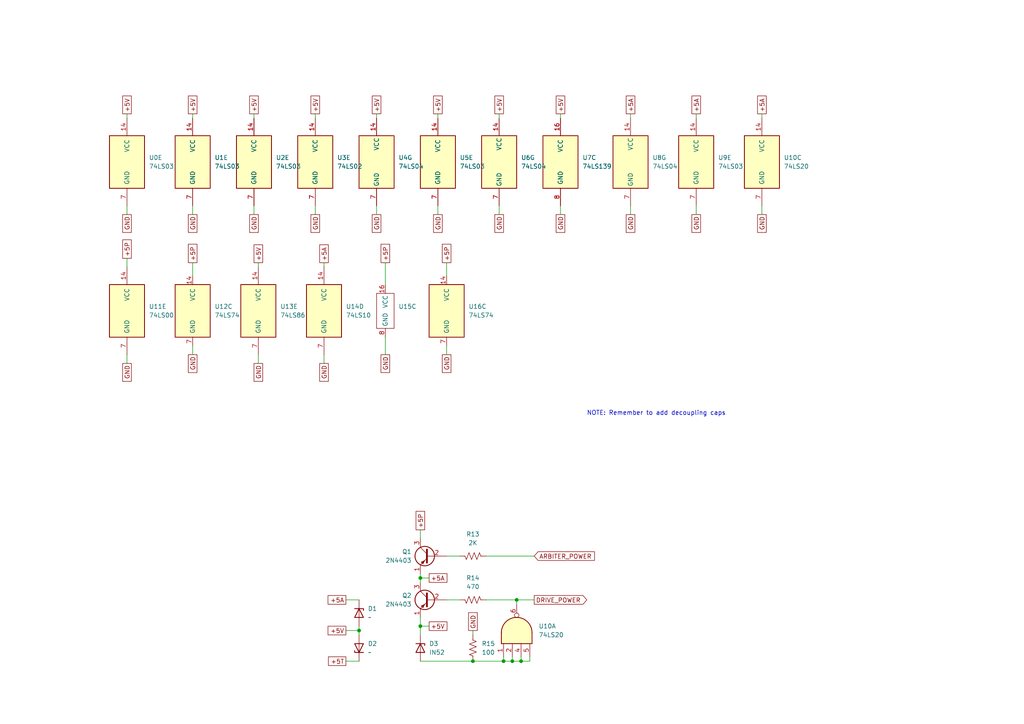
<source format=kicad_sch>
(kicad_sch (version 20211123) (generator eeschema)
  (paper "A4")
  (lib_symbols
    (symbol "74xx:74LS00" (pin_names (offset 1.016))
      (property "Reference" "U" (at 0 1.27 0))
      (property "Value" "74LS00" (at 0 -1.27 0))
      (symbol "74LS00_1_1"
        (pin input line (at -7.62 2.54 0) (length 3.81) (name "~") (number "1"))
        (pin input line (at -7.62 -2.54 0) (length 3.81) (name "~") (number "2"))
        (pin output inverted (at 7.62 0 180) (length 3.81) (name "~") (number "3"))
      )
      (symbol "74LS00_1_2"
        (pin input inverted (at -7.62 2.54 0) (length 4.318) (name "~") (number "1"))
        (pin input inverted (at -7.62 -2.54 0) (length 4.318) (name "~") (number "2"))
        (pin output line (at 7.62 0 180) (length 3.81) (name "~") (number "3"))
      )
      (symbol "74LS00_2_1"
        (pin input line (at -7.62 2.54 0) (length 3.81) (name "~") (number "4"))
        (pin input line (at -7.62 -2.54 0) (length 3.81) (name "~") (number "5"))
        (pin output inverted (at 7.62 0 180) (length 3.81) (name "~") (number "6"))
      )
      (symbol "74LS00_2_2"
        (pin input inverted (at -7.62 2.54 0) (length 4.318) (name "~") (number "4"))
        (pin input inverted (at -7.62 -2.54 0) (length 4.318) (name "~") (number "5"))
        (pin output line (at 7.62 0 180) (length 3.81) (name "~") (number "6"))
      )
      (symbol "74LS00_3_1"
        (pin input line (at -7.62 -2.54 0) (length 3.81) (name "~") (number "10"))
        (pin output inverted (at 7.62 0 180) (length 3.81) (name "~") (number "8"))
        (pin input line (at -7.62 2.54 0) (length 3.81) (name "~") (number "9"))
      )
      (symbol "74LS00_3_2"
        (pin input inverted (at -7.62 -2.54 0) (length 4.318) (name "~") (number "10"))
        (pin output line (at 7.62 0 180) (length 3.81) (name "~") (number "8"))
        (pin input inverted (at -7.62 2.54 0) (length 4.318) (name "~") (number "9"))
      )
      (symbol "74LS00_4_1"
        (pin output inverted (at 7.62 0 180) (length 3.81) (name "~") (number "11"))
        (pin input line (at -7.62 2.54 0) (length 3.81) (name "~") (number "12"))
        (pin input line (at -7.62 -2.54 0) (length 3.81) (name "~") (number "13"))
      )
      (symbol "74LS00_4_2"
        (pin output line (at 7.62 0 180) (length 3.81) (name "~") (number "11"))
        (pin input inverted (at -7.62 2.54 0) (length 4.318) (name "~") (number "12"))
        (pin input inverted (at -7.62 -2.54 0) (length 4.318) (name "~") (number "13"))
      )
      (symbol "74LS00_5_0"
        (pin power_in line (at 0 12.7 270) (length 5.08) (name "VCC") (number "14"))
        (pin power_in line (at 0 -12.7 90) (length 5.08) (name "GND") (number "7"))
      )
    )
    (symbol "74xx:74LS02" (pin_names (offset 1.016))
      (property "Reference" "U" (at 0 1.27 0))
      (property "Value" "74LS02" (at 0 -1.27 0))
      (symbol "74LS02_1_1"
        (pin output inverted (at 7.62 0 180) (length 3.81) (name "~") (number "1"))
        (pin input line (at -7.62 2.54 0) (length 4.318) (name "~") (number "2"))
        (pin input line (at -7.62 -2.54 0) (length 4.318) (name "~") (number "3"))
      )
      (symbol "74LS02_1_2"
        (pin output line (at 7.62 0 180) (length 3.81) (name "~") (number "1"))
        (pin input inverted (at -7.62 2.54 0) (length 3.81) (name "~") (number "2"))
        (pin input inverted (at -7.62 -2.54 0) (length 3.81) (name "~") (number "3"))
      )
      (symbol "74LS02_2_1"
        (pin output inverted (at 7.62 0 180) (length 3.81) (name "~") (number "4"))
        (pin input line (at -7.62 2.54 0) (length 4.318) (name "~") (number "5"))
        (pin input line (at -7.62 -2.54 0) (length 4.318) (name "~") (number "6"))
      )
      (symbol "74LS02_2_2"
        (pin output line (at 7.62 0 180) (length 3.81) (name "~") (number "4"))
        (pin input inverted (at -7.62 2.54 0) (length 3.81) (name "~") (number "5"))
        (pin input inverted (at -7.62 -2.54 0) (length 3.81) (name "~") (number "6"))
      )
      (symbol "74LS02_3_1"
        (pin output inverted (at 7.62 0 180) (length 3.81) (name "~") (number "10"))
        (pin input line (at -7.62 2.54 0) (length 4.318) (name "~") (number "8"))
        (pin input line (at -7.62 -2.54 0) (length 4.318) (name "~") (number "9"))
      )
      (symbol "74LS02_3_2"
        (pin output line (at 7.62 0 180) (length 3.81) (name "~") (number "10"))
        (pin input inverted (at -7.62 2.54 0) (length 3.81) (name "~") (number "8"))
        (pin input inverted (at -7.62 -2.54 0) (length 3.81) (name "~") (number "9"))
      )
      (symbol "74LS02_4_1"
        (pin input line (at -7.62 2.54 0) (length 4.318) (name "~") (number "11"))
        (pin input line (at -7.62 -2.54 0) (length 4.318) (name "~") (number "12"))
        (pin output inverted (at 7.62 0 180) (length 3.81) (name "~") (number "13"))
      )
      (symbol "74LS02_4_2"
        (pin input inverted (at -7.62 2.54 0) (length 3.81) (name "~") (number "11"))
        (pin input inverted (at -7.62 -2.54 0) (length 3.81) (name "~") (number "12"))
        (pin output line (at 7.62 0 180) (length 3.81) (name "~") (number "13"))
      )
      (symbol "74LS02_5_0"
        (pin power_in line (at 0 12.7 270) (length 5.08) (name "VCC") (number "14"))
        (pin power_in line (at 0 -12.7 90) (length 5.08) (name "GND") (number "7"))
      )
    )
    (symbol "74xx:74LS03" (pin_names (offset 1.016))
      (property "Reference" "U" (at 0 1.27 0))
      (property "Value" "74LS03" (at 0 -1.27 0))
      (symbol "74LS03_1_1"
        (pin input line (at -7.62 2.54 0) (length 3.81) (name "~") (number "1"))
        (pin input line (at -7.62 -2.54 0) (length 3.81) (name "~") (number "2"))
        (pin open_collector inverted (at 7.62 0 180) (length 3.81) (name "~") (number "3"))
      )
      (symbol "74LS03_1_2"
        (pin input inverted (at -7.62 2.54 0) (length 4.318) (name "~") (number "1"))
        (pin input inverted (at -7.62 -2.54 0) (length 4.318) (name "~") (number "2"))
        (pin open_collector line (at 7.62 0 180) (length 3.81) (name "~") (number "3"))
      )
      (symbol "74LS03_2_1"
        (pin input line (at -7.62 2.54 0) (length 3.81) (name "~") (number "4"))
        (pin input line (at -7.62 -2.54 0) (length 3.81) (name "~") (number "5"))
        (pin open_collector inverted (at 7.62 0 180) (length 3.81) (name "~") (number "6"))
      )
      (symbol "74LS03_2_2"
        (pin input inverted (at -7.62 2.54 0) (length 4.318) (name "~") (number "4"))
        (pin input inverted (at -7.62 -2.54 0) (length 4.318) (name "~") (number "5"))
        (pin open_collector line (at 7.62 0 180) (length 3.81) (name "~") (number "6"))
      )
      (symbol "74LS03_3_1"
        (pin input line (at -7.62 -2.54 0) (length 3.81) (name "~") (number "10"))
        (pin open_collector inverted (at 7.62 0 180) (length 3.81) (name "~") (number "8"))
        (pin input line (at -7.62 2.54 0) (length 3.81) (name "~") (number "9"))
      )
      (symbol "74LS03_3_2"
        (pin input inverted (at -7.62 -2.54 0) (length 4.318) (name "~") (number "10"))
        (pin open_collector line (at 7.62 0 180) (length 3.81) (name "~") (number "8"))
        (pin input inverted (at -7.62 2.54 0) (length 4.318) (name "~") (number "9"))
      )
      (symbol "74LS03_4_1"
        (pin open_collector inverted (at 7.62 0 180) (length 3.81) (name "~") (number "11"))
        (pin input line (at -7.62 2.54 0) (length 3.81) (name "~") (number "12"))
        (pin input line (at -7.62 -2.54 0) (length 3.81) (name "~") (number "13"))
      )
      (symbol "74LS03_4_2"
        (pin open_collector line (at 7.62 0 180) (length 3.81) (name "~") (number "11"))
        (pin input inverted (at -7.62 2.54 0) (length 4.318) (name "~") (number "12"))
        (pin input inverted (at -7.62 -2.54 0) (length 4.318) (name "~") (number "13"))
      )
      (symbol "74LS03_5_0"
        (pin power_in line (at 0 12.7 270) (length 5.08) (name "VCC") (number "14"))
        (pin power_in line (at 0 -12.7 90) (length 5.08) (name "GND") (number "7"))
      )
    )
    (symbol "74xx:74LS04"
      (property "Reference" "U" (at 0 1.27 0))
      (property "Value" "74LS04" (at 0 -1.27 0))
      (symbol "74LS04_1_0"
        (pin input line (at -7.62 0 0) (length 3.81) (name "~") (number "1"))
        (pin output inverted (at 7.62 0 180) (length 3.81) (name "~") (number "2"))
      )
      (symbol "74LS04_2_0"
        (pin input line (at -7.62 0 0) (length 3.81) (name "~") (number "3"))
        (pin output inverted (at 7.62 0 180) (length 3.81) (name "~") (number "4"))
      )
      (symbol "74LS04_3_0"
        (pin input line (at -7.62 0 0) (length 3.81) (name "~") (number "5"))
        (pin output inverted (at 7.62 0 180) (length 3.81) (name "~") (number "6"))
      )
      (symbol "74LS04_4_0"
        (pin output inverted (at 7.62 0 180) (length 3.81) (name "~") (number "8"))
        (pin input line (at -7.62 0 0) (length 3.81) (name "~") (number "9"))
      )
      (symbol "74LS04_5_0"
        (pin output inverted (at 7.62 0 180) (length 3.81) (name "~") (number "10"))
        (pin input line (at -7.62 0 0) (length 3.81) (name "~") (number "11"))
      )
      (symbol "74LS04_6_0"
        (pin output inverted (at 7.62 0 180) (length 3.81) (name "~") (number "12"))
        (pin input line (at -7.62 0 0) (length 3.81) (name "~") (number "13"))
      )
      (symbol "74LS04_7_0"
        (pin power_in line (at 0 12.7 270) (length 5.08) (name "VCC") (number "14"))
        (pin power_in line (at 0 -12.7 90) (length 5.08) (name "GND") (number "7"))
      )
    )
    (symbol "74xx:74LS10" (pin_names (offset 1.016))
      (property "Reference" "U" (at 0 1.27 0))
      (property "Value" "74LS10" (at 0 -1.27 0))
      (symbol "74LS10_1_1"
        (pin input line (at -7.62 2.54 0) (length 3.81) (name "~") (number "1"))
        (pin output inverted (at 7.62 0 180) (length 3.81) (name "~") (number "12"))
        (pin input line (at -7.62 -2.54 0) (length 3.81) (name "~") (number "13"))
        (pin input line (at -7.62 0 0) (length 3.81) (name "~") (number "2"))
      )
      (symbol "74LS10_1_2"
        (pin input inverted (at -7.62 2.54 0) (length 4.318) (name "~") (number "1"))
        (pin output line (at 7.62 0 180) (length 3.81) (name "~") (number "12"))
        (pin input inverted (at -7.62 -2.54 0) (length 4.318) (name "~") (number "13"))
        (pin input inverted (at -7.62 0 0) (length 4.953) (name "~") (number "2"))
      )
      (symbol "74LS10_2_1"
        (pin input line (at -7.62 2.54 0) (length 3.81) (name "~") (number "3"))
        (pin input line (at -7.62 0 0) (length 3.81) (name "~") (number "4"))
        (pin input line (at -7.62 -2.54 0) (length 3.81) (name "~") (number "5"))
        (pin output inverted (at 7.62 0 180) (length 3.81) (name "~") (number "6"))
      )
      (symbol "74LS10_2_2"
        (pin input inverted (at -7.62 2.54 0) (length 4.318) (name "~") (number "3"))
        (pin input inverted (at -7.62 0 0) (length 4.953) (name "~") (number "4"))
        (pin input inverted (at -7.62 -2.54 0) (length 4.318) (name "~") (number "5"))
        (pin output line (at 7.62 0 180) (length 3.81) (name "~") (number "6"))
      )
      (symbol "74LS10_3_1"
        (pin input line (at -7.62 0 0) (length 3.81) (name "~") (number "10"))
        (pin input line (at -7.62 -2.54 0) (length 3.81) (name "~") (number "11"))
        (pin output inverted (at 7.62 0 180) (length 3.81) (name "~") (number "8"))
        (pin input line (at -7.62 2.54 0) (length 3.81) (name "~") (number "9"))
      )
      (symbol "74LS10_3_2"
        (pin input inverted (at -7.62 0 0) (length 4.953) (name "~") (number "10"))
        (pin input inverted (at -7.62 -2.54 0) (length 4.318) (name "~") (number "11"))
        (pin output line (at 7.62 0 180) (length 3.81) (name "~") (number "8"))
        (pin input inverted (at -7.62 2.54 0) (length 4.318) (name "~") (number "9"))
      )
      (symbol "74LS10_4_0"
        (pin power_in line (at 0 12.7 270) (length 5.08) (name "VCC") (number "14"))
        (pin power_in line (at 0 -12.7 90) (length 5.08) (name "GND") (number "7"))
      )
    )
    (symbol "74xx:74LS139" (pin_names (offset 1.016))
      (property "Reference" "U" (at -7.62 8.89 0))
      (property "Value" "74LS139" (at -7.62 -8.89 0))
      (symbol "74LS139_1_0"
        (pin input inverted (at -12.7 -5.08 0) (length 5.08) (name "E") (number "1"))
        (pin input line (at -12.7 0 0) (length 5.08) (name "A0") (number "2"))
        (pin input line (at -12.7 2.54 0) (length 5.08) (name "A1") (number "3"))
        (pin output inverted (at 12.7 2.54 180) (length 5.08) (name "O0") (number "4"))
        (pin output inverted (at 12.7 0 180) (length 5.08) (name "O1") (number "5"))
        (pin output inverted (at 12.7 -2.54 180) (length 5.08) (name "O2") (number "6"))
        (pin output inverted (at 12.7 -5.08 180) (length 5.08) (name "O3") (number "7"))
      )
      (symbol "74LS139_2_0"
        (pin output inverted (at 12.7 -2.54 180) (length 5.08) (name "O2") (number "10"))
        (pin output inverted (at 12.7 0 180) (length 5.08) (name "O1") (number "11"))
        (pin output inverted (at 12.7 2.54 180) (length 5.08) (name "O0") (number "12"))
        (pin input line (at -12.7 2.54 0) (length 5.08) (name "A1") (number "13"))
        (pin input line (at -12.7 0 0) (length 5.08) (name "A0") (number "14"))
        (pin input inverted (at -12.7 -5.08 0) (length 5.08) (name "E") (number "15"))
        (pin output inverted (at 12.7 -5.08 180) (length 5.08) (name "O3") (number "9"))
      )
      (symbol "74LS139_3_0"
        (pin power_in line (at 0 12.7 270) (length 5.08) (name "VCC") (number "16"))
        (pin power_in line (at 0 -12.7 90) (length 5.08) (name "GND") (number "8"))
      )
    )
    (symbol "74xx:74LS20" (pin_names (offset 1.016))
      (property "Reference" "U" (at 0 1.27 0))
      (property "Value" "74LS20" (at 0 -1.27 0))
      (symbol "74LS20_1_1"
        (pin input line (at -7.62 3.81 0) (length 3.81) (name "~") (number "1"))
        (pin input line (at -7.62 1.27 0) (length 3.81) (name "~") (number "2"))
        (pin input line (at -7.62 -1.27 0) (length 3.81) (name "~") (number "4"))
        (pin input line (at -7.62 -3.81 0) (length 3.81) (name "~") (number "5"))
        (pin output inverted (at 7.62 0 180) (length 3.81) (name "~") (number "6"))
      )
      (symbol "74LS20_1_2"
        (pin input inverted (at -7.62 3.81 0) (length 3.81) (name "~") (number "1"))
        (pin input inverted (at -7.62 1.27 0) (length 4.826) (name "~") (number "2"))
        (pin input inverted (at -7.62 -1.27 0) (length 4.826) (name "~") (number "4"))
        (pin input inverted (at -7.62 -3.81 0) (length 3.81) (name "~") (number "5"))
        (pin output line (at 7.62 0 180) (length 3.81) (name "~") (number "6"))
      )
      (symbol "74LS20_2_1"
        (pin input line (at -7.62 1.27 0) (length 3.81) (name "~") (number "10"))
        (pin input line (at -7.62 -1.27 0) (length 3.81) (name "~") (number "12"))
        (pin input line (at -7.62 -3.81 0) (length 3.81) (name "~") (number "13"))
        (pin output inverted (at 7.62 0 180) (length 3.81) (name "~") (number "8"))
        (pin input line (at -7.62 3.81 0) (length 3.81) (name "~") (number "9"))
      )
      (symbol "74LS20_2_2"
        (pin input inverted (at -7.62 1.27 0) (length 4.826) (name "~") (number "10"))
        (pin input inverted (at -7.62 -1.27 0) (length 4.826) (name "~") (number "12"))
        (pin input inverted (at -7.62 -3.81 0) (length 3.81) (name "~") (number "13"))
        (pin output line (at 7.62 0 180) (length 3.81) (name "~") (number "8"))
        (pin input inverted (at -7.62 3.81 0) (length 3.81) (name "~") (number "9"))
      )
      (symbol "74LS20_3_0"
        (pin power_in line (at 0 12.7 270) (length 5.08) (name "VCC") (number "14"))
        (pin power_in line (at 0 -12.7 90) (length 5.08) (name "GND") (number "7"))
      )
    )
    (symbol "74xx:74LS74" (pin_names (offset 1.016))
      (property "Reference" "U" (at -7.62 8.89 0))
      (property "Value" "74LS74" (at -7.62 -8.89 0))
      (symbol "74LS74_1_0"
        (pin input line (at 0 -7.62 90) (length 2.54) (name "~{R}") (number "1"))
        (pin input line (at -7.62 2.54 0) (length 2.54) (name "D") (number "2"))
        (pin input clock (at -7.62 0 0) (length 2.54) (name "C") (number "3"))
        (pin input line (at 0 7.62 270) (length 2.54) (name "~{S}") (number "4"))
        (pin output line (at 7.62 2.54 180) (length 2.54) (name "Q") (number "5"))
        (pin output line (at 7.62 -2.54 180) (length 2.54) (name "~{Q}") (number "6"))
      )
      (symbol "74LS74_2_0"
        (pin input line (at 0 7.62 270) (length 2.54) (name "~{S}") (number "10"))
        (pin input clock (at -7.62 0 0) (length 2.54) (name "C") (number "11"))
        (pin input line (at -7.62 2.54 0) (length 2.54) (name "D") (number "12"))
        (pin input line (at 0 -7.62 90) (length 2.54) (name "~{R}") (number "13"))
        (pin output line (at 7.62 -2.54 180) (length 2.54) (name "~{Q}") (number "8"))
        (pin output line (at 7.62 2.54 180) (length 2.54) (name "Q") (number "9"))
      )
      (symbol "74LS74_3_0"
        (pin power_in line (at 0 10.16 270) (length 2.54) (name "VCC") (number "14"))
        (pin power_in line (at 0 -10.16 90) (length 2.54) (name "GND") (number "7"))
      )
    )
    (symbol "74xx:74LS86" (pin_names (offset 1.016))
      (property "Reference" "U" (at 0 1.27 0))
      (property "Value" "74LS86" (at 0 -1.27 0))
      (symbol "74LS86_1_0"
        (pin input line (at -7.62 2.54 0) (length 4.445) (name "~") (number "1"))
        (pin input line (at -7.62 -2.54 0) (length 4.445) (name "~") (number "2"))
        (pin output line (at 7.62 0 180) (length 3.81) (name "~") (number "3"))
      )
      (symbol "74LS86_2_0"
        (pin input line (at -7.62 2.54 0) (length 4.445) (name "~") (number "4"))
        (pin input line (at -7.62 -2.54 0) (length 4.445) (name "~") (number "5"))
        (pin output line (at 7.62 0 180) (length 3.81) (name "~") (number "6"))
      )
      (symbol "74LS86_3_0"
        (pin input line (at -7.62 -2.54 0) (length 4.445) (name "~") (number "10"))
        (pin output line (at 7.62 0 180) (length 3.81) (name "~") (number "8"))
        (pin input line (at -7.62 2.54 0) (length 4.445) (name "~") (number "9"))
      )
      (symbol "74LS86_4_0"
        (pin output line (at 7.62 0 180) (length 3.81) (name "~") (number "11"))
        (pin input line (at -7.62 2.54 0) (length 4.445) (name "~") (number "12"))
        (pin input line (at -7.62 -2.54 0) (length 4.445) (name "~") (number "13"))
      )
      (symbol "74LS86_5_0"
        (pin power_in line (at 0 12.7 270) (length 5.08) (name "VCC") (number "14"))
        (pin power_in line (at 0 -12.7 90) (length 5.08) (name "GND") (number "7"))
      )
    )
    (symbol "Data General:96L02"
      (property "Reference" "U" (at 3.81 6.35 0))
      (property "Value" "96L02" (at 6.35 -3.81 0))
      (symbol "96L02_1_1"
        (pin passive line (at -2.54 7.62 270) (length 2.54) (name "CX") (number "1"))
        (pin passive line (at 2.54 7.62 270) (length 2.54) (name "RX") (number "2"))
        (pin input inverted (at 0 -5.08 90) (length 2.54) (name "~{CD}") (number "3"))
        (pin input line (at -7.62 3.81 0) (length 2.54) (name "T") (number "4"))
        (pin input inverted (at -7.62 -1.27 0) (length 2.54) (name "~{T}") (number "5"))
        (pin output line (at 7.62 3.81 180) (length 2.54) (name "Q") (number "6"))
        (pin output inverted (at 7.62 -1.27 180) (length 2.54) (name "~{Q}") (number "7"))
      )
      (symbol "96L02_2_1"
        (pin output line (at 7.62 3.81 180) (length 2.54) (name "Q") (number "10"))
        (pin input inverted (at -7.62 -1.27 0) (length 2.54) (name "~{T}") (number "11"))
        (pin input line (at -7.62 3.81 0) (length 2.54) (name "T") (number "12"))
        (pin input inverted (at 0 -5.08 90) (length 2.54) (name "~{CD}") (number "13"))
        (pin passive line (at 2.54 7.62 270) (length 2.54) (name "RX") (number "14"))
        (pin passive line (at -2.54 7.62 270) (length 2.54) (name "CX") (number "15"))
        (pin output inverted (at 7.62 -1.27 180) (length 2.54) (name "~{Q}") (number "9"))
      )
      (symbol "96L02_3_1"
        (pin power_in line (at 0 7.62 270) (length 2.54) (name "VCC") (number "16"))
        (pin passive line (at 0 -7.62 90) (length 2.54) (name "GND") (number "8"))
      )
    )
    (symbol "Device:D_Zener" (pin_numbers hide) (pin_names (offset 1.016) hide)
      (property "Reference" "D" (at 0 2.54 0))
      (property "Value" "D_Zener" (at 0 -2.54 0))
      (symbol "D_Zener_1_1"
        (pin passive line (at -3.81 0 0) (length 2.54) (name "K") (number "1"))
        (pin passive line (at 3.81 0 180) (length 2.54) (name "A") (number "2"))
      )
    )
    (symbol "Device:R_US" (pin_numbers hide) (pin_names (offset 0))
      (property "Reference" "R" (at 2.54 0 90))
      (property "Value" "R_US" (at -2.54 0 90))
      (symbol "R_US_1_1"
        (pin passive line (at 0 3.81 270) (length 1.27) (name "~") (number "1"))
        (pin passive line (at 0 -3.81 90) (length 1.27) (name "~") (number "2"))
      )
    )
    (symbol "Transistor_BJT:2N3906" (pin_names (offset 0) hide)
      (property "Reference" "Q" (at 5.08 1.905 0))
      (property "Value" "2N3906" (at 5.08 0 0))
      (symbol "2N3906_1_1"
        (pin passive line (at 2.54 -5.08 90) (length 2.54) (name "E") (number "1"))
        (pin input line (at -5.08 0 0) (length 5.715) (name "B") (number "2"))
        (pin passive line (at 2.54 5.08 270) (length 2.54) (name "C") (number "3"))
      )
    )
  )
  (junction (at 146.05 191.77))
  (junction (at 137.16 191.77))
  (junction (at 104.14 182.88))
  (junction (at 151.13 191.77))
  (junction (at 149.86 173.99))
  (junction (at 148.59 191.77))
  (junction (at 121.92 167.64))
  (junction (at 121.92 181.61))
  (wire (pts (xy 220.98 33.02) (xy 220.98 34.29)))
  (wire (pts (xy 55.88 33.02) (xy 55.88 34.29)))
  (wire (pts (xy 162.56 59.69) (xy 162.56 62.23)))
  (wire (pts (xy 93.98 76.2) (xy 93.98 77.47)))
  (wire (pts (xy 121.92 181.61) (xy 121.92 184.15)))
  (wire (pts (xy 140.97 173.99) (xy 149.86 173.99)))
  (wire (pts (xy 121.92 167.64) (xy 121.92 168.91)))
  (wire (pts (xy 201.93 33.02) (xy 201.93 34.29)))
  (wire (pts (xy 201.93 59.69) (xy 201.93 62.23)))
  (wire (pts (xy 220.98 59.69) (xy 220.98 62.23)))
  (wire (pts (xy 162.56 33.02) (xy 162.56 34.29)))
  (wire (pts (xy 151.13 191.77) (xy 148.59 191.77)))
  (wire (pts (xy 144.78 59.69) (xy 144.78 62.23)))
  (wire (pts (xy 100.33 182.88) (xy 104.14 182.88)))
  (wire (pts (xy 137.16 191.77) (xy 146.05 191.77)))
  (wire (pts (xy 109.22 59.69) (xy 109.22 62.23)))
  (wire (pts (xy 127 59.69) (xy 127 62.23)))
  (wire (pts (xy 91.44 33.02) (xy 91.44 34.29)))
  (wire (pts (xy 121.92 153.67) (xy 121.92 156.21)))
  (wire (pts (xy 36.83 102.87) (xy 36.83 105.41)))
  (wire (pts (xy 55.88 76.2) (xy 55.88 80.01)))
  (wire (pts (xy 111.76 97.79) (xy 111.76 102.87)))
  (wire (pts (xy 148.59 190.5) (xy 148.59 191.77)))
  (wire (pts (xy 146.05 191.77) (xy 146.05 190.5)))
  (wire (pts (xy 74.93 102.87) (xy 74.93 105.41)))
  (wire (pts (xy 151.13 190.5) (xy 151.13 191.77)))
  (wire (pts (xy 93.98 102.87) (xy 93.98 105.41)))
  (wire (pts (xy 36.83 33.02) (xy 36.83 34.29)))
  (wire (pts (xy 121.92 191.77) (xy 137.16 191.77)))
  (wire (pts (xy 124.46 167.64) (xy 121.92 167.64)))
  (wire (pts (xy 104.14 182.88) (xy 104.14 184.15)))
  (wire (pts (xy 144.78 33.02) (xy 144.78 34.29)))
  (wire (pts (xy 149.86 175.26) (xy 149.86 173.99)))
  (wire (pts (xy 36.83 74.93) (xy 36.83 77.47)))
  (wire (pts (xy 100.33 191.77) (xy 104.14 191.77)))
  (wire (pts (xy 55.88 59.69) (xy 55.88 62.23)))
  (wire (pts (xy 129.54 100.33) (xy 129.54 102.87)))
  (wire (pts (xy 148.59 191.77) (xy 146.05 191.77)))
  (wire (pts (xy 73.66 33.02) (xy 73.66 34.29)))
  (wire (pts (xy 127 33.02) (xy 127 34.29)))
  (wire (pts (xy 104.14 181.61) (xy 104.14 182.88)))
  (wire (pts (xy 129.54 161.29) (xy 133.35 161.29)))
  (wire (pts (xy 149.86 173.99) (xy 154.94 173.99)))
  (wire (pts (xy 129.54 173.99) (xy 133.35 173.99)))
  (wire (pts (xy 74.93 76.2) (xy 74.93 77.47)))
  (wire (pts (xy 140.97 161.29) (xy 154.94 161.29)))
  (wire (pts (xy 129.54 76.2) (xy 129.54 80.01)))
  (wire (pts (xy 91.44 59.69) (xy 91.44 62.23)))
  (wire (pts (xy 182.88 59.69) (xy 182.88 62.23)))
  (wire (pts (xy 100.33 173.99) (xy 104.14 173.99)))
  (wire (pts (xy 73.66 59.69) (xy 73.66 62.23)))
  (wire (pts (xy 124.46 181.61) (xy 121.92 181.61)))
  (wire (pts (xy 153.67 190.5) (xy 153.67 191.77)))
  (wire (pts (xy 121.92 181.61) (xy 121.92 179.07)))
  (wire (pts (xy 55.88 100.33) (xy 55.88 102.87)))
  (wire (pts (xy 137.16 182.88) (xy 137.16 184.15)))
  (wire (pts (xy 182.88 33.02) (xy 182.88 34.29)))
  (wire (pts (xy 151.13 191.77) (xy 153.67 191.77)))
  (wire (pts (xy 111.76 76.2) (xy 111.76 82.55)))
  (wire (pts (xy 109.22 33.02) (xy 109.22 34.29)))
  (wire (pts (xy 36.83 59.69) (xy 36.83 62.23)))
  (wire (pts (xy 121.92 166.37) (xy 121.92 167.64)))
  (text "NOTE: Remember to add decoupling caps\n" (at 170.18 120.65 0) (effects (font (size 1.27 1.27)) (justify left bottom)))
  (global_label "GND" (shape passive) (at 36.83 62.23 270) (property "Intersheet References" "${INTERSHEET_REFS}" (effects hide)))
  (global_label "+5P" (shape passive) (at 36.83 74.93 90) (property "Intersheet References" "${INTERSHEET_REFS}" (effects hide)))
  (global_label "GND" (shape passive) (at 91.44 62.23 270) (property "Intersheet References" "${INTERSHEET_REFS}" (effects hide)))
  (global_label "+5P" (shape passive) (at 129.54 76.2 90) (property "Intersheet References" "${INTERSHEET_REFS}" (effects hide)))
  (global_label "+5V" (shape passive) (at 144.78 33.02 90) (property "Intersheet References" "${INTERSHEET_REFS}" (effects hide)))
  (global_label "+5P" (shape passive) (at 111.76 76.2 90) (property "Intersheet References" "${INTERSHEET_REFS}" (effects hide)))
  (global_label "+5V" (shape passive) (at 55.88 33.02 90) (property "Intersheet References" "${INTERSHEET_REFS}" (effects hide)))
  (global_label "+5V" (shape passive) (at 73.66 33.02 90) (property "Intersheet References" "${INTERSHEET_REFS}" (effects hide)))
  (global_label "+5V" (shape passive) (at 109.22 33.02 90) (property "Intersheet References" "${INTERSHEET_REFS}" (effects hide)))
  (global_label "+5V" (shape passive) (at 74.93 76.2 90) (property "Intersheet References" "${INTERSHEET_REFS}" (effects hide)))
  (global_label "GND" (shape passive) (at 162.56 62.23 270) (property "Intersheet References" "${INTERSHEET_REFS}" (effects hide)))
  (global_label "GND" (shape passive) (at 93.98 105.41 270) (property "Intersheet References" "${INTERSHEET_REFS}" (effects hide)))
  (global_label "GND" (shape passive) (at 109.22 62.23 270) (property "Intersheet References" "${INTERSHEET_REFS}" (effects hide)))
  (global_label "GND" (shape passive) (at 74.93 105.41 270) (property "Intersheet References" "${INTERSHEET_REFS}" (effects hide)))
  (global_label "GND" (shape passive) (at 137.16 182.88 90) (property "Intersheet References" "${INTERSHEET_REFS}" (effects hide)))
  (global_label "+5P" (shape passive) (at 121.92 153.67 90) (property "Intersheet References" "${INTERSHEET_REFS}" (effects hide)))
  (global_label "+5V" (shape passive) (at 100.33 182.88 180) (property "Intersheet References" "${INTERSHEET_REFS}" (effects hide)))
  (global_label "+5T" (shape passive) (at 100.33 191.77 180) (property "Intersheet References" "${INTERSHEET_REFS}" (effects hide)))
  (global_label "+5A" (shape passive) (at 100.33 173.99 180) (property "Intersheet References" "${INTERSHEET_REFS}" (effects hide)))
  (global_label "+5A" (shape passive) (at 201.93 33.02 90) (property "Intersheet References" "${INTERSHEET_REFS}" (effects hide)))
  (global_label "+5V" (shape passive) (at 127 33.02 90) (property "Intersheet References" "${INTERSHEET_REFS}" (effects hide)))
  (global_label "+5A" (shape passive) (at 124.46 167.64 0) (property "Intersheet References" "${INTERSHEET_REFS}" (effects hide)))
  (global_label "+5A" (shape passive) (at 182.88 33.02 90) (property "Intersheet References" "${INTERSHEET_REFS}" (effects hide)))
  (global_label "GND" (shape passive) (at 55.88 102.87 270) (property "Intersheet References" "${INTERSHEET_REFS}" (effects hide)))
  (global_label "GND" (shape passive) (at 220.98 62.23 270) (property "Intersheet References" "${INTERSHEET_REFS}" (effects hide)))
  (global_label "+5V" (shape passive) (at 91.44 33.02 90) (property "Intersheet References" "${INTERSHEET_REFS}" (effects hide)))
  (global_label "GND" (shape passive) (at 111.76 102.87 270) (property "Intersheet References" "${INTERSHEET_REFS}" (effects hide)))
  (global_label "GND" (shape passive) (at 201.93 62.23 270) (property "Intersheet References" "${INTERSHEET_REFS}" (effects hide)))
  (global_label "DRIVE_POWER" (shape output) (at 154.94 173.99 0) (property "Intersheet References" "${INTERSHEET_REFS}" (effects hide)))
  (global_label "GND" (shape passive) (at 55.88 62.23 270) (property "Intersheet References" "${INTERSHEET_REFS}" (effects hide)))
  (global_label "GND" (shape passive) (at 129.54 102.87 270) (property "Intersheet References" "${INTERSHEET_REFS}" (effects hide)))
  (global_label "+5V" (shape passive) (at 124.46 181.61 0) (property "Intersheet References" "${INTERSHEET_REFS}" (effects hide)))
  (global_label "GND" (shape passive) (at 127 62.23 270) (property "Intersheet References" "${INTERSHEET_REFS}" (effects hide)))
  (global_label "ARBITER_POWER" (shape input) (at 154.94 161.29 0) (property "Intersheet References" "${INTERSHEET_REFS}" (effects hide)))
  (global_label "+5V" (shape passive) (at 36.83 33.02 90) (property "Intersheet References" "${INTERSHEET_REFS}" (effects hide)))
  (global_label "GND" (shape passive) (at 182.88 62.23 270) (property "Intersheet References" "${INTERSHEET_REFS}" (effects hide)))
  (global_label "GND" (shape passive) (at 144.78 62.23 270) (property "Intersheet References" "${INTERSHEET_REFS}" (effects hide)))
  (global_label "GND" (shape passive) (at 36.83 105.41 270) (property "Intersheet References" "${INTERSHEET_REFS}" (effects hide)))
  (global_label "+5P" (shape passive) (at 55.88 76.2 90) (property "Intersheet References" "${INTERSHEET_REFS}" (effects hide)))
  (global_label "+5A" (shape passive) (at 93.98 76.2 90) (property "Intersheet References" "${INTERSHEET_REFS}" (effects hide)))
  (global_label "GND" (shape passive) (at 73.66 62.23 270) (property "Intersheet References" "${INTERSHEET_REFS}" (effects hide)))
  (global_label "+5V" (shape passive) (at 162.56 33.02 90) (property "Intersheet References" "${INTERSHEET_REFS}" (effects hide)))
  (global_label "+5A" (shape passive) (at 220.98 33.02 90) (property "Intersheet References" "${INTERSHEET_REFS}" (effects hide)))
  (symbol (lib_id "74xx:74LS04") (at 109.22 46.99 0) (unit 7)
    (property "Reference" "U4" (at 115.57 45.7199 0) (effects (justify left)))
    (property "Value" "74LS04" (at 115.57 48.2599 0) (effects (justify left)))
    (property "Footprint" "Package_DIP:DIP-14_W7.62mm_LongPads" (effects hide))
    (property "Datasheet" "http://www.ti.com/lit/gpn/sn74LS04" (effects hide))
  )
  (symbol (lib_id "Device:R_US") (at 137.16 161.29 270) (mirror x) (unit 1)
    (property "Reference" "R13" (at 137.16 154.94 90))
    (property "Value" "2K" (at 137.16 157.48 90))
    (property "Footprint" "Resistor_THT:R_Axial_DIN0207_L6.3mm_D2.5mm_P15.24mm_Horizontal" (effects hide))
  )
  (symbol (lib_id "74xx:74LS03") (at 73.66 46.99 0) (unit 5)
    (property "Reference" "U2" (at 80.01 45.7199 0) (effects (justify left)))
    (property "Value" "74LS03" (at 80.01 48.2599 0) (effects (justify left)))
    (property "Footprint" "Package_DIP:DIP-14_W7.62mm_LongPads" (effects hide))
    (property "Datasheet" "http://www.ti.com/lit/gpn/sn74LS03" (effects hide))
  )
  (symbol (lib_id "Transistor_BJT:2N3906") (at 124.46 161.29 0) (mirror y) (unit 1)
    (property "Reference" "Q1" (at 119.38 160.0199 0) (effects (justify left)))
    (property "Value" "2N4403" (at 119.38 162.5599 0) (effects (justify left)))
    (property "Footprint" "Package_TO_SOT_THT:TO-92" (effects hide))
    (property "Datasheet" "https://www.onsemi.com/pub/Collateral/2N3906-D.PDF" (effects hide))
  )
  (symbol (lib_id "Data General:96L02") (at 111.76 90.17 0) (unit 3)
    (property "Reference" "U15" (at 115.57 88.8999 0) (effects (justify left)))
    (property "Datasheet" "https://pdf1.alldatasheet.com/datasheet-pdf/view/8091/NSC/96L02/+5082uIOzZYtL8B+/datasheet.pdf" (effects hide))
  )
  (symbol (lib_id "74xx:74LS10") (at 93.98 90.17 0) (unit 4)
    (property "Reference" "U14" (at 100.33 88.8999 0) (effects (justify left)))
    (property "Value" "74LS10" (at 100.33 91.4399 0) (effects (justify left)))
    (property "Footprint" "Package_DIP:DIP-14_W7.62mm_LongPads" (effects hide))
    (property "Datasheet" "http://www.ti.com/lit/gpn/sn74LS10" (effects hide))
  )
  (symbol (lib_id "74xx:74LS20") (at 220.98 46.99 0) (unit 3)
    (property "Reference" "U10" (at 227.33 45.7199 0) (effects (justify left)))
    (property "Value" "74LS20" (at 227.33 48.2599 0) (effects (justify left)))
    (property "Footprint" "Package_DIP:DIP-14_W7.62mm_LongPads" (effects hide))
    (property "Datasheet" "http://www.ti.com/lit/gpn/sn74LS20" (effects hide))
  )
  (symbol (lib_id "74xx:74LS86") (at 74.93 90.17 0) (unit 5)
    (property "Reference" "U13" (at 81.28 88.8999 0) (effects (justify left)))
    (property "Value" "74LS86" (at 81.28 91.4399 0) (effects (justify left)))
    (property "Footprint" "Package_DIP:DIP-14_W7.62mm_LongPads" (effects hide))
    (property "Datasheet" "74xx/74ls86.pdf" (effects hide))
  )
  (symbol (lib_id "74xx:74LS04") (at 182.88 46.99 0) (unit 7)
    (property "Reference" "U8" (at 189.23 45.7199 0) (effects (justify left)))
    (property "Value" "74LS04" (at 189.23 48.2599 0) (effects (justify left)))
    (property "Footprint" "Package_DIP:DIP-14_W7.62mm_LongPads" (effects hide))
    (property "Datasheet" "http://www.ti.com/lit/gpn/sn74LS04" (effects hide))
  )
  (symbol (lib_id "74xx:74LS04") (at 144.78 46.99 0) (unit 7)
    (property "Reference" "U6" (at 151.13 45.7199 0) (effects (justify left)))
    (property "Value" "74LS04" (at 151.13 48.2599 0) (effects (justify left)))
    (property "Footprint" "Package_DIP:DIP-14_W7.62mm_LongPads" (effects hide))
    (property "Datasheet" "http://www.ti.com/lit/gpn/sn74LS04" (effects hide))
  )
  (symbol (lib_id "74xx:74LS139") (at 162.56 46.99 0) (unit 3)
    (property "Reference" "U7" (at 168.91 45.7199 0) (effects (justify left)))
    (property "Value" "74LS139" (at 168.91 48.2599 0) (effects (justify left)))
    (property "Footprint" "Package_DIP:DIP-16_W7.62mm_LongPads" (effects hide))
    (property "Datasheet" "http://www.ti.com/lit/ds/symlink/sn74ls139a.pdf" (effects hide))
  )
  (symbol (lib_id "74xx:74LS74") (at 55.88 90.17 0) (unit 3)
    (property "Reference" "U12" (at 62.23 88.8999 0) (effects (justify left)))
    (property "Value" "74LS74" (at 62.23 91.4399 0) (effects (justify left)))
    (property "Footprint" "Package_DIP:DIP-14_W7.62mm_LongPads" (effects hide))
    (property "Datasheet" "74xx/74hc_hct74.pdf" (effects hide))
  )
  (symbol (lib_id "74xx:74LS03") (at 55.88 46.99 0) (unit 5)
    (property "Reference" "U1" (at 62.23 45.7199 0) (effects (justify left)))
    (property "Value" "74LS03" (at 62.23 48.2599 0) (effects (justify left)))
    (property "Footprint" "Package_DIP:DIP-14_W7.62mm_LongPads" (effects hide))
    (property "Datasheet" "http://www.ti.com/lit/gpn/sn74LS03" (effects hide))
  )
  (symbol (lib_id "Transistor_BJT:2N3906") (at 124.46 173.99 0) (mirror y) (unit 1)
    (property "Reference" "Q2" (at 119.38 172.7199 0) (effects (justify left)))
    (property "Value" "2N4403" (at 119.38 175.2599 0) (effects (justify left)))
    (property "Footprint" "Package_TO_SOT_THT:TO-92" (effects hide))
    (property "Datasheet" "https://www.onsemi.com/pub/Collateral/2N3906-D.PDF" (effects hide))
  )
  (symbol (lib_id "74xx:74LS03") (at 127 46.99 0) (unit 5)
    (property "Reference" "U5" (at 133.35 45.7199 0) (effects (justify left)))
    (property "Value" "74LS03" (at 133.35 48.2599 0) (effects (justify left)))
    (property "Footprint" "Package_DIP:DIP-14_W7.62mm_LongPads" (effects hide))
    (property "Datasheet" "http://www.ti.com/lit/gpn/sn74LS03" (effects hide))
  )
  (symbol (lib_id "74xx:74LS00") (at 36.83 90.17 0) (unit 5)
    (property "Reference" "U11" (at 43.18 88.8999 0) (effects (justify left)))
    (property "Value" "74LS00" (at 43.18 91.4399 0) (effects (justify left)))
    (property "Footprint" "Package_DIP:DIP-14_W7.62mm_LongPads" (effects hide))
    (property "Datasheet" "http://www.ti.com/lit/gpn/sn74ls00" (effects hide))
  )
  (symbol (lib_id "74xx:74LS03") (at 201.93 46.99 0) (unit 5)
    (property "Reference" "U9" (at 208.28 45.7199 0) (effects (justify left)))
    (property "Value" "74LS03" (at 208.28 48.2599 0) (effects (justify left)))
    (property "Footprint" "Package_DIP:DIP-14_W7.62mm_LongPads" (effects hide))
    (property "Datasheet" "http://www.ti.com/lit/gpn/sn74LS03" (effects hide))
  )
  (symbol (lib_id "Device:D_Zener") (at 104.14 187.96 90) (unit 1)
    (property "Reference" "D2" (at 106.68 186.6899 90) (effects (justify right)))
    (property "Value" "~" (at 106.68 189.2299 90) (effects (justify right)))
    (property "Footprint" "Diode_THT:D_DO-35_SOD27_P12.70mm_Horizontal" (effects hide))
  )
  (symbol (lib_id "Device:D_Zener") (at 104.14 177.8 270) (unit 1)
    (property "Reference" "D1" (at 106.68 176.5299 90) (effects (justify left)))
    (property "Value" "~" (at 106.68 179.0699 90) (effects (justify left)))
    (property "Footprint" "Diode_THT:D_DO-35_SOD27_P12.70mm_Horizontal" (effects hide))
  )
  (symbol (lib_id "Device:D_Zener") (at 121.92 187.96 270) (unit 1)
    (property "Reference" "D3" (at 124.46 186.6899 90) (effects (justify left)))
    (property "Value" "IN52" (at 124.46 189.2299 90) (effects (justify left)))
    (property "Footprint" "Diode_THT:D_DO-35_SOD27_P12.70mm_Horizontal" (effects hide))
  )
  (symbol (lib_id "74xx:74LS74") (at 129.54 90.17 0) (unit 3)
    (property "Reference" "U16" (at 135.89 88.8999 0) (effects (justify left)))
    (property "Value" "74LS74" (at 135.89 91.4399 0) (effects (justify left)))
    (property "Footprint" "Package_DIP:DIP-14_W7.62mm_LongPads" (effects hide))
    (property "Datasheet" "74xx/74hc_hct74.pdf" (effects hide))
  )
  (symbol (lib_id "74xx:74LS03") (at 36.83 46.99 0) (unit 5)
    (property "Reference" "U0" (at 43.18 45.7199 0) (effects (justify left)))
    (property "Value" "74LS03" (at 43.18 48.2599 0) (effects (justify left)))
    (property "Footprint" "Package_DIP:DIP-14_W7.62mm_LongPads" (effects hide))
    (property "Datasheet" "http://www.ti.com/lit/gpn/sn74LS03" (effects hide))
  )
  (symbol (lib_id "Device:R_US") (at 137.16 187.96 0) (unit 1)
    (property "Reference" "R15" (at 139.7 186.6899 0) (effects (justify left)))
    (property "Value" "100" (at 139.7 189.2299 0) (effects (justify left)))
    (property "Footprint" "Resistor_THT:R_Axial_DIN0207_L6.3mm_D2.5mm_P15.24mm_Horizontal" (effects hide))
  )
  (symbol (lib_id "74xx:74LS02") (at 91.44 46.99 0) (unit 5)
    (property "Reference" "U3" (at 97.79 45.7199 0) (effects (justify left)))
    (property "Value" "74LS02" (at 97.79 48.2599 0) (effects (justify left)))
    (property "Footprint" "Package_DIP:DIP-14_W7.62mm_LongPads" (effects hide))
    (property "Datasheet" "http://www.ti.com/lit/gpn/sn74ls02" (effects hide))
  )
  (symbol (lib_id "Device:R_US") (at 137.16 173.99 270) (mirror x) (unit 1)
    (property "Reference" "R14" (at 137.16 167.64 90))
    (property "Value" "470" (at 137.16 170.18 90))
    (property "Footprint" "Resistor_THT:R_Axial_DIN0207_L6.3mm_D2.5mm_P15.24mm_Horizontal" (effects hide))
  )
  (symbol (lib_id "74xx:74LS20") (at 149.86 182.88 90) (unit 1)
    (property "Reference" "U10" (at 156.21 181.6099 90) (effects (justify right)))
    (property "Value" "74LS20" (at 156.21 184.1499 90) (effects (justify right)))
    (property "Footprint" "Package_DIP:DIP-14_W7.62mm_LongPads" (effects hide))
    (property "Datasheet" "http://www.ti.com/lit/gpn/sn74LS20" (effects hide))
  )
)
</source>
